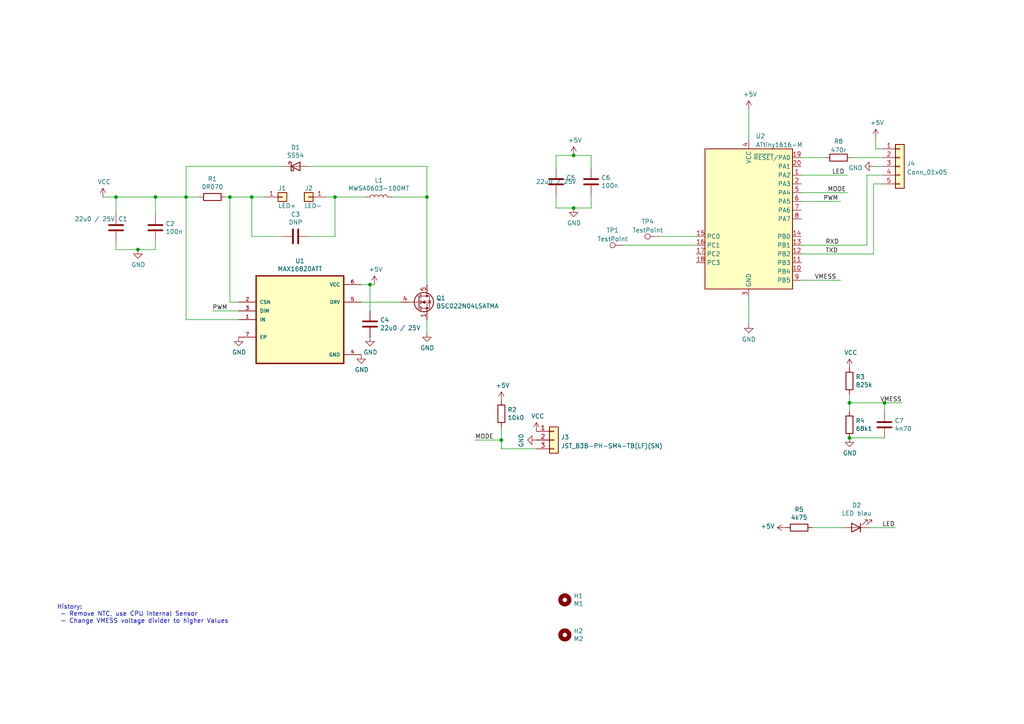
<source format=kicad_sch>
(kicad_sch (version 20211123) (generator eeschema)
  (paper "A4")
  (title_block (title "LED Buck 3A") (date "2020-10-30") (rev "4"))
  (lib_symbols
    (symbol "Connector:TestPoint" (pin_numbers hide) (pin_names (offset 0.762) hide)
      (property "Reference" "TP" (at 0 6.858 0))
      (property "Value" "TestPoint" (at 0 5.08 0))
      (symbol "TestPoint_0_1"
        (circle (center 0 3.302) (radius 0.762))
      )
      (symbol "TestPoint_1_1"
        (pin passive line (at 0 0 90) (length 2.54) (name "1") (number "1"))
      )
    )
    (symbol "Connector_Generic:Conn_01x01" (pin_names (offset 1.016) hide)
      (property "Reference" "J" (at 0 2.54 0))
      (property "Value" "Conn_01x01" (at 0 -2.54 0))
      (symbol "Conn_01x01_1_1"
        (rectangle (start -1.27 0.127) (end 0 -0.127) (stroke (width 0.1524)))
        (rectangle (start -1.27 1.27) (end 1.27 -1.27) (stroke (width 0.254)) (fill (type background)))
        (pin passive line (at -5.08 0 0) (length 3.81) (name "Pin_1") (number "1"))
      )
    )
    (symbol "Connector_Generic:Conn_01x03" (pin_names (offset 1.016) hide)
      (property "Reference" "J" (at 0 5.08 0))
      (property "Value" "Conn_01x03" (at 0 -5.08 0))
      (symbol "Conn_01x03_1_1"
        (rectangle (start -1.27 -2.413) (end 0 -2.667) (stroke (width 0.1524)))
        (rectangle (start -1.27 0.127) (end 0 -0.127) (stroke (width 0.1524)))
        (rectangle (start -1.27 2.667) (end 0 2.413) (stroke (width 0.1524)))
        (rectangle (start -1.27 3.81) (end 1.27 -3.81) (stroke (width 0.254)) (fill (type background)))
        (pin passive line (at -5.08 2.54 0) (length 3.81) (name "Pin_1") (number "1"))
        (pin passive line (at -5.08 0 0) (length 3.81) (name "Pin_2") (number "2"))
        (pin passive line (at -5.08 -2.54 0) (length 3.81) (name "Pin_3") (number "3"))
      )
    )
    (symbol "Connector_Generic:Conn_01x05" (pin_names (offset 1.016) hide)
      (property "Reference" "J" (at 0 7.62 0))
      (property "Value" "Conn_01x05" (at 0 -7.62 0))
      (symbol "Conn_01x05_1_1"
        (rectangle (start -1.27 -4.953) (end 0 -5.207) (stroke (width 0.1524)))
        (rectangle (start -1.27 -2.413) (end 0 -2.667) (stroke (width 0.1524)))
        (rectangle (start -1.27 0.127) (end 0 -0.127) (stroke (width 0.1524)))
        (rectangle (start -1.27 2.667) (end 0 2.413) (stroke (width 0.1524)))
        (rectangle (start -1.27 5.207) (end 0 4.953) (stroke (width 0.1524)))
        (rectangle (start -1.27 6.35) (end 1.27 -6.35) (stroke (width 0.254)) (fill (type background)))
        (pin passive line (at -5.08 5.08 0) (length 3.81) (name "Pin_1") (number "1"))
        (pin passive line (at -5.08 2.54 0) (length 3.81) (name "Pin_2") (number "2"))
        (pin passive line (at -5.08 0 0) (length 3.81) (name "Pin_3") (number "3"))
        (pin passive line (at -5.08 -2.54 0) (length 3.81) (name "Pin_4") (number "4"))
        (pin passive line (at -5.08 -5.08 0) (length 3.81) (name "Pin_5") (number "5"))
      )
    )
    (symbol "Device:C" (pin_numbers hide) (pin_names (offset 0.254))
      (property "Reference" "C" (at 0.635 2.54 0))
      (property "Value" "C" (at 0.635 -2.54 0))
      (symbol "C_0_1"
        (polyline (pts (xy -2.032 -0.762) (xy 2.032 -0.762)) (stroke (width 0.508)))
        (polyline (pts (xy -2.032 0.762) (xy 2.032 0.762)) (stroke (width 0.508)))
      )
      (symbol "C_1_1"
        (pin passive line (at 0 3.81 270) (length 2.794) (name "~") (number "1"))
        (pin passive line (at 0 -3.81 90) (length 2.794) (name "~") (number "2"))
      )
    )
    (symbol "Device:D_Schottky" (pin_numbers hide) (pin_names (offset 1.016) hide)
      (property "Reference" "D" (at 0 2.54 0))
      (property "Value" "D_Schottky" (at 0 -2.54 0))
      (symbol "D_Schottky_0_1"
        (polyline (pts (xy 1.27 0) (xy -1.27 0)))
        (polyline (pts (xy 1.27 1.27) (xy 1.27 -1.27) (xy -1.27 0) (xy 1.27 1.27)) (stroke (width 0.254)))
        (polyline (pts (xy -1.905 0.635) (xy -1.905 1.27) (xy -1.27 1.27) (xy -1.27 -1.27) (xy -0.635 -1.27) (xy -0.635 -0.635)) (stroke (width 0.254)))
      )
      (symbol "D_Schottky_1_1"
        (pin passive line (at -3.81 0 0) (length 2.54) (name "K") (number "1"))
        (pin passive line (at 3.81 0 180) (length 2.54) (name "A") (number "2"))
      )
    )
    (symbol "Device:L" (pin_numbers hide) (pin_names (offset 1.016) hide)
      (property "Reference" "L" (at -1.27 0 90))
      (property "Value" "L" (at 1.905 0 90))
      (symbol "L_0_1"
        (arc (start 0 -2.54) (mid 0.635 -1.905) (end 0 -1.27))
        (arc (start 0 -1.27) (mid 0.635 -0.635) (end 0 0))
        (arc (start 0 0) (mid 0.635 0.635) (end 0 1.27))
        (arc (start 0 1.27) (mid 0.635 1.905) (end 0 2.54))
      )
      (symbol "L_1_1"
        (pin passive line (at 0 3.81 270) (length 1.27) (name "1") (number "1"))
        (pin passive line (at 0 -3.81 90) (length 1.27) (name "2") (number "2"))
      )
    )
    (symbol "Device:LED" (pin_numbers hide) (pin_names (offset 1.016) hide)
      (property "Reference" "D" (at 0 2.54 0))
      (property "Value" "LED" (at 0 -2.54 0))
      (symbol "LED_0_1"
        (polyline (pts (xy -1.27 -1.27) (xy -1.27 1.27)) (stroke (width 0.254)))
        (polyline (pts (xy -1.27 0) (xy 1.27 0)))
        (polyline (pts (xy 1.27 -1.27) (xy 1.27 1.27) (xy -1.27 0) (xy 1.27 -1.27)) (stroke (width 0.254)))
        (polyline (pts (xy -3.048 -0.762) (xy -4.572 -2.286) (xy -3.81 -2.286) (xy -4.572 -2.286) (xy -4.572 -1.524)))
        (polyline (pts (xy -1.778 -0.762) (xy -3.302 -2.286) (xy -2.54 -2.286) (xy -3.302 -2.286) (xy -3.302 -1.524)))
      )
      (symbol "LED_1_1"
        (pin passive line (at -3.81 0 0) (length 2.54) (name "K") (number "1"))
        (pin passive line (at 3.81 0 180) (length 2.54) (name "A") (number "2"))
      )
    )
    (symbol "Device:R" (pin_numbers hide) (pin_names (offset 0))
      (property "Reference" "R" (at 2.032 0 90))
      (property "Value" "R" (at 0 0 90))
      (symbol "R_0_1"
        (rectangle (start -1.016 -2.54) (end 1.016 2.54) (stroke (width 0.254)))
      )
      (symbol "R_1_1"
        (pin passive line (at 0 3.81 270) (length 1.27) (name "~") (number "1"))
        (pin passive line (at 0 -3.81 90) (length 1.27) (name "~") (number "2"))
      )
    )
    (symbol "MCU_Microchip_ATtiny:ATtiny1616-M"
      (property "Reference" "U" (at -12.7 21.59 0))
      (property "Value" "ATtiny1616-M" (at 2.54 -21.59 0))
      (symbol "ATtiny1616-M_0_1"
        (rectangle (start -12.7 -20.32) (end 12.7 20.32) (stroke (width 0.254)) (fill (type background)))
      )
      (symbol "ATtiny1616-M_1_1"
        (pin bidirectional line (at 15.24 12.7 180) (length 2.54) (name "PA2") (number "1"))
        (pin bidirectional line (at 15.24 -15.24 180) (length 2.54) (name "PB4") (number "10"))
        (pin bidirectional line (at 15.24 -12.7 180) (length 2.54) (name "PB3") (number "11"))
        (pin bidirectional line (at 15.24 -10.16 180) (length 2.54) (name "PB2") (number "12"))
        (pin bidirectional line (at 15.24 -7.62 180) (length 2.54) (name "PB1") (number "13"))
        (pin bidirectional line (at 15.24 -5.08 180) (length 2.54) (name "PB0") (number "14"))
        (pin bidirectional line (at -15.24 -5.08 0) (length 2.54) (name "PC0") (number "15"))
        (pin bidirectional line (at -15.24 -7.62 0) (length 2.54) (name "PC1") (number "16"))
        (pin bidirectional line (at -15.24 -10.16 0) (length 2.54) (name "PC2") (number "17"))
        (pin bidirectional line (at -15.24 -12.7 0) (length 2.54) (name "PC3") (number "18"))
        (pin bidirectional line (at 15.24 17.78 180) (length 2.54) (name "~{RESET}/PA0") (number "19"))
        (pin bidirectional line (at 15.24 10.16 180) (length 2.54) (name "PA3") (number "2"))
        (pin bidirectional line (at 15.24 15.24 180) (length 2.54) (name "PA1") (number "20"))
        (pin passive line (at 0 -22.86 90) (length 2.54) hide (name "GND") (number "21"))
        (pin power_in line (at 0 -22.86 90) (length 2.54) (name "GND") (number "3"))
        (pin power_in line (at 0 22.86 270) (length 2.54) (name "VCC") (number "4"))
        (pin bidirectional line (at 15.24 7.62 180) (length 2.54) (name "PA4") (number "5"))
        (pin bidirectional line (at 15.24 5.08 180) (length 2.54) (name "PA5") (number "6"))
        (pin bidirectional line (at 15.24 2.54 180) (length 2.54) (name "PA6") (number "7"))
        (pin bidirectional line (at 15.24 0 180) (length 2.54) (name "PA7") (number "8"))
        (pin bidirectional line (at 15.24 -17.78 180) (length 2.54) (name "PB5") (number "9"))
      )
    )
    (symbol "Mechanical:MountingHole" (pin_names (offset 1.016))
      (property "Reference" "H" (at 0 5.08 0))
      (property "Value" "MountingHole" (at 0 3.175 0))
      (symbol "MountingHole_0_1"
        (circle (center 0 0) (radius 1.27) (stroke (width 1.27)))
      )
    )
    (symbol "Transistor_FET:BSC040N08NS5" (pin_names hide)
      (property "Reference" "Q" (at 5.08 1.905 0))
      (property "Value" "BSC040N08NS5" (at 5.08 0 0))
      (symbol "BSC040N08NS5_0_1"
        (polyline (pts (xy 0.254 0) (xy -2.54 0)))
        (polyline (pts (xy 0.254 1.905) (xy 0.254 -1.905)) (stroke (width 0.254)))
        (polyline (pts (xy 0.762 -1.27) (xy 0.762 -2.286)) (stroke (width 0.254)))
        (polyline (pts (xy 0.762 0.508) (xy 0.762 -0.508)) (stroke (width 0.254)))
        (polyline (pts (xy 0.762 2.286) (xy 0.762 1.27)) (stroke (width 0.254)))
        (polyline (pts (xy 2.54 2.54) (xy 2.54 1.778)))
        (polyline (pts (xy 2.54 -2.54) (xy 2.54 0) (xy 0.762 0)))
        (polyline (pts (xy 0.762 -1.778) (xy 3.302 -1.778) (xy 3.302 1.778) (xy 0.762 1.778)))
        (polyline (pts (xy 1.016 0) (xy 2.032 0.381) (xy 2.032 -0.381) (xy 1.016 0)) (fill (type outline)))
        (polyline (pts (xy 2.794 0.508) (xy 2.921 0.381) (xy 3.683 0.381) (xy 3.81 0.254)))
        (polyline (pts (xy 3.302 0.381) (xy 2.921 -0.254) (xy 3.683 -0.254) (xy 3.302 0.381)))
        (circle (center 1.651 0) (radius 2.794) (stroke (width 0.254)))
        (circle (center 2.54 -1.778) (radius 0.254) (fill (type outline)))
        (circle (center 2.54 1.778) (radius 0.254) (fill (type outline)))
      )
      (symbol "BSC040N08NS5_1_1"
        (pin passive line (at 2.54 -5.08 90) (length 2.54) (name "S") (number "1"))
        (pin passive line (at 2.54 -5.08 90) (length 2.54) hide (name "S") (number "2"))
        (pin passive line (at 2.54 -5.08 90) (length 2.54) hide (name "S") (number "3"))
        (pin passive line (at -5.08 0 0) (length 2.54) (name "G") (number "4"))
        (pin passive line (at 2.54 5.08 270) (length 2.54) (name "D") (number "5"))
      )
    )
    (symbol "buck3a:MAX16819ATT+T" (pin_names (offset 1.016))
      (property "Reference" "U" (at -12.7 13.6906 0))
      (property "Value" "MAX16819ATT+T" (at -12.7 -16.6878 0))
      (symbol "MAX16819ATT+T_0_0"
        (pin input line (at -17.78 0 0) (length 5.08) (name "IN") (number "1"))
        (pin input line (at -17.78 5.08 0) (length 5.08) (name "CSN") (number "2"))
        (pin input line (at -17.78 2.54 0) (length 5.08) (name "DIM") (number "3"))
        (pin power_in line (at 17.78 -10.16 180) (length 5.08) (name "GND") (number "4"))
        (pin output line (at 17.78 5.08 180) (length 5.08) (name "DRV") (number "5"))
        (pin power_in line (at 17.78 10.16 180) (length 5.08) (name "VCC") (number "6"))
        (pin bidirectional line (at -17.78 -5.08 0) (length 5.08) (name "EP") (number "7"))
      )
      (symbol "MAX16819ATT+T_1_0"
        (rectangle (start 12.7 -12.7) (end -12.7 12.7) (stroke (width 0.4064)) (fill (type background)))
      )
    )
    (symbol "power:+5V" (power) (pin_names (offset 0))
      (property "Value" "+5V" (at 0 3.556 0))
      (symbol "+5V_0_1"
        (polyline (pts (xy -0.762 1.27) (xy 0 2.54)))
        (polyline (pts (xy 0 0) (xy 0 2.54)))
        (polyline (pts (xy 0 2.54) (xy 0.762 1.27)))
      )
      (symbol "+5V_1_1"
        (pin power_in line (at 0 0 90) (length 0) hide (name "+5V") (number "1"))
      )
    )
    (symbol "power:GND" (power) (pin_names (offset 0))
      (property "Value" "GND" (at 0 -3.81 0))
      (symbol "GND_0_1"
        (polyline (pts (xy 0 0) (xy 0 -1.27) (xy 1.27 -1.27) (xy 0 -2.54) (xy -1.27 -1.27) (xy 0 -1.27)))
      )
      (symbol "GND_1_1"
        (pin power_in line (at 0 0 270) (length 0) hide (name "GND") (number "1"))
      )
    )
    (symbol "power:VCC" (power) (pin_names (offset 0))
      (property "Value" "VCC" (at 0 3.81 0))
      (symbol "VCC_0_1"
        (polyline (pts (xy -0.762 1.27) (xy 0 2.54)))
        (polyline (pts (xy 0 0) (xy 0 2.54)))
        (polyline (pts (xy 0 2.54) (xy 0.762 1.27)))
      )
      (symbol "VCC_1_1"
        (pin power_in line (at 0 0 90) (length 0) hide (name "VCC") (number "1"))
      )
    )
  )
  (junction (at 53.975 57.15))
  (junction (at 40.005 72.39))
  (junction (at 123.825 57.15))
  (junction (at 66.675 57.15))
  (junction (at 256.54 116.84))
  (junction (at 73.025 57.15))
  (junction (at 45.085 57.15))
  (junction (at 166.37 60.325))
  (junction (at 145.415 127.635))
  (junction (at 246.38 127))
  (junction (at 166.37 45.085))
  (junction (at 97.155 57.15))
  (junction (at 33.655 57.15))
  (junction (at 246.38 116.84))
  (junction (at 107.315 82.55))
  (wire (pts (xy 73.025 57.15) (xy 73.025 68.58)))
  (wire (pts (xy 53.975 57.15) (xy 57.785 57.15)))
  (wire (pts (xy 107.315 82.55) (xy 108.585 82.55)))
  (wire (pts (xy 104.775 87.63) (xy 116.205 87.63)))
  (wire (pts (xy 246.38 116.84) (xy 246.38 119.38)))
  (wire (pts (xy 65.405 57.15) (xy 66.675 57.15)))
  (wire (pts (xy 232.41 45.72) (xy 239.395 45.72)))
  (wire (pts (xy 161.29 56.515) (xy 161.29 60.325)))
  (wire (pts (xy 232.41 50.8) (xy 245.745 50.8)))
  (wire (pts (xy 97.155 68.58) (xy 97.155 57.15)))
  (wire (pts (xy 232.41 58.42) (xy 243.84 58.42)))
  (wire (pts (xy 104.775 82.55) (xy 107.315 82.55)))
  (wire (pts (xy 113.665 57.15) (xy 123.825 57.15)))
  (wire (pts (xy 246.38 116.84) (xy 256.54 116.84)))
  (wire (pts (xy 89.535 68.58) (xy 97.155 68.58)))
  (wire (pts (xy 33.655 69.85) (xy 33.655 72.39)))
  (wire (pts (xy 256.54 119.38) (xy 256.54 116.84)))
  (wire (pts (xy 253.365 73.66) (xy 253.365 53.34)))
  (wire (pts (xy 252.095 153.035) (xy 259.715 153.035)))
  (wire (pts (xy 171.45 48.895) (xy 171.45 45.085)))
  (wire (pts (xy 161.29 60.325) (xy 166.37 60.325)))
  (wire (pts (xy 45.085 62.23) (xy 45.085 57.15)))
  (wire (pts (xy 191.135 68.58) (xy 201.93 68.58)))
  (wire (pts (xy 73.025 57.15) (xy 76.835 57.15)))
  (wire (pts (xy 123.825 57.15) (xy 123.825 82.55)))
  (wire (pts (xy 245.745 55.88) (xy 232.41 55.88)))
  (wire (pts (xy 123.825 92.71) (xy 123.825 96.52)))
  (wire (pts (xy 123.825 48.26) (xy 123.825 57.15)))
  (wire (pts (xy 256.54 116.84) (xy 261.62 116.84)))
  (wire (pts (xy 66.675 87.63) (xy 69.215 87.63)))
  (wire (pts (xy 81.915 48.26) (xy 53.975 48.26)))
  (wire (pts (xy 107.315 90.17) (xy 107.315 82.55)))
  (wire (pts (xy 45.085 72.39) (xy 45.085 69.85)))
  (wire (pts (xy 232.41 71.12) (xy 251.46 71.12)))
  (wire (pts (xy 247.015 45.72) (xy 255.905 45.72)))
  (wire (pts (xy 235.585 153.035) (xy 244.475 153.035)))
  (wire (pts (xy 97.155 57.15) (xy 106.045 57.15)))
  (wire (pts (xy 161.29 45.085) (xy 161.29 48.895)))
  (wire (pts (xy 243.84 81.28) (xy 232.41 81.28)))
  (wire (pts (xy 217.17 86.36) (xy 217.17 93.98)))
  (wire (pts (xy 232.41 73.66) (xy 253.365 73.66)))
  (wire (pts (xy 66.675 57.15) (xy 73.025 57.15)))
  (wire (pts (xy 171.45 60.325) (xy 171.45 56.515)))
  (wire (pts (xy 66.675 57.15) (xy 66.675 87.63)))
  (wire (pts (xy 53.975 92.71) (xy 69.215 92.71)))
  (wire (pts (xy 253.365 53.34) (xy 255.905 53.34)))
  (wire (pts (xy 155.575 130.175) (xy 145.415 130.175)))
  (wire (pts (xy 256.54 127) (xy 246.38 127)))
  (wire (pts (xy 145.415 130.175) (xy 145.415 127.635)))
  (wire (pts (xy 40.005 72.39) (xy 45.085 72.39)))
  (wire (pts (xy 166.37 60.325) (xy 171.45 60.325)))
  (wire (pts (xy 69.215 90.17) (xy 61.595 90.17)))
  (wire (pts (xy 171.45 45.085) (xy 166.37 45.085)))
  (wire (pts (xy 251.46 50.8) (xy 255.905 50.8)))
  (wire (pts (xy 217.17 31.75) (xy 217.17 40.64)))
  (wire (pts (xy 33.655 57.15) (xy 45.085 57.15)))
  (wire (pts (xy 145.415 127.635) (xy 145.415 123.825)))
  (wire (pts (xy 33.655 72.39) (xy 40.005 72.39)))
  (wire (pts (xy 53.975 57.15) (xy 53.975 92.71)))
  (wire (pts (xy 73.025 68.58) (xy 81.915 68.58)))
  (wire (pts (xy 33.655 62.23) (xy 33.655 57.15)))
  (wire (pts (xy 255.905 43.18) (xy 254 43.18)))
  (wire (pts (xy 89.535 48.26) (xy 123.825 48.26)))
  (wire (pts (xy 180.975 71.12) (xy 201.93 71.12)))
  (wire (pts (xy 253.365 48.26) (xy 255.905 48.26)))
  (wire (pts (xy 246.38 114.3) (xy 246.38 116.84)))
  (wire (pts (xy 94.615 57.15) (xy 97.155 57.15)))
  (wire (pts (xy 29.845 57.15) (xy 33.655 57.15)))
  (wire (pts (xy 251.46 71.12) (xy 251.46 50.8)))
  (wire (pts (xy 166.37 45.085) (xy 161.29 45.085)))
  (wire (pts (xy 145.415 127.635) (xy 137.795 127.635)))
  (wire (pts (xy 254 40.005) (xy 254 43.18)))
  (wire (pts (xy 45.085 57.15) (xy 53.975 57.15)))
  (wire (pts (xy 53.975 48.26) (xy 53.975 57.15)))
  (text "History:\n - Remove NTC, use CPU internal Sensor\n - Change VMESS voltage divider to higher Values\n" (at 16.51 180.975 0) (effects (font (size 1.27 1.27)) (justify left bottom)))
  (label "TXD" (at 239.395 73.66 0))
  (label "LED" (at 255.905 153.035 0))
  (label "PWM" (at 61.595 90.17 0))
  (label "RXD" (at 239.395 71.12 0))
  (label "MODE" (at 137.795 127.635 0))
  (label "VMESS" (at 242.57 81.28 180))
  (label "PWM" (at 238.76 58.42 0))
  (label "LED" (at 241.3 50.8 0))
  (label "VMESS" (at 255.27 116.84 0))
  (label "MODE" (at 240.03 55.88 0))
  (symbol (lib_id "Mechanical:MountingHole") (at 163.83 173.99 0) (unit 1)
    (property "Reference" "H1" (at 166.37 172.8216 0) (effects (justify left)))
    (property "Value" "M1" (at 166.37 175.133 0) (effects (justify left)))
    (property "Footprint" "MountingHole:MountingHole_3.2mm_M3" (effects hide))
  )
  (symbol (lib_id "Mechanical:MountingHole") (at 163.83 184.15 0) (unit 1)
    (property "Reference" "H2" (at 166.37 182.9816 0) (effects (justify left)))
    (property "Value" "M2" (at 166.37 185.293 0) (effects (justify left)))
    (property "Footprint" "MountingHole:MountingHole_3.2mm_M3" (effects hide))
  )
  (symbol (lib_id "Device:R") (at 231.775 153.035 270) (unit 1)
    (property "Reference" "R5" (at 231.775 147.7772 90))
    (property "Value" "4k75" (at 231.775 150.0886 90))
    (property "Footprint" "Resistor_SMD:R_0805_2012Metric" (effects hide))
    (property "LCSC" "C17672" (effects hide))
  )
  (symbol (lib_id "Device:R") (at 246.38 123.19 0) (unit 1)
    (property "Reference" "R4" (at 248.158 122.0216 0) (effects (justify left)))
    (property "Value" "68k1" (at 248.158 124.333 0) (effects (justify left)))
    (property "Footprint" "Resistor_SMD:R_0805_2012Metric" (effects hide))
    (property "LCSC" "C17771" (effects hide))
  )
  (symbol (lib_id "Connector:TestPoint") (at 191.135 68.58 90) (unit 1)
    (property "Reference" "TP4" (at 187.833 64.2452 90))
    (property "Value" "TestPoint" (at 187.833 66.7821 90))
    (property "Footprint" "TestPoint:TestPoint_Pad_1.0x1.0mm" (effects hide))
  )
  (symbol (lib_id "power:GND") (at 246.38 127 0) (unit 1)
    (property "Reference" "#PWR0105" (effects hide))
    (property "Value" "GND" (at 246.507 131.3942 0))
  )
  (symbol (lib_id "power:GND") (at 69.215 97.79 0) (unit 1)
    (property "Reference" "#PWR0120" (effects hide))
    (property "Value" "GND" (at 69.342 102.1842 0))
  )
  (symbol (lib_id "power:VCC") (at 155.575 125.095 0) (unit 1)
    (property "Reference" "#PWR0104" (effects hide))
    (property "Value" "VCC" (at 155.956 120.7008 0))
  )
  (symbol (lib_id "Transistor_FET:BSC040N08NS5") (at 121.285 87.63 0) (unit 1)
    (property "Reference" "Q1" (at 126.492 86.4616 0) (effects (justify left)))
    (property "Value" "BSC022N04LSATMA" (at 126.492 88.773 0) (effects (justify left)))
    (property "Footprint" "Package_TO_SOT_SMD:TDSON-8-1" (effects hide))
    (property "Datasheet" "http://www.infineon.com/dgdl/Infineon-BSC040N08NS5-DS-v02_00-EN.pdf?fileId=5546d4624ad04ef9014ae3065a7e2a05" (effects hide))
    (property "LCSC" " C148266" (effects hide))
  )
  (symbol (lib_id "Device:D_Schottky") (at 85.725 48.26 0) (unit 1)
    (property "Reference" "D1" (at 85.725 42.7482 0))
    (property "Value" "SS54" (at 85.725 45.0596 0))
    (property "Footprint" "Diode_SMD:D_SMA" (effects hide))
    (property "LCSC" "C22452" (effects hide))
  )
  (symbol (lib_id "power:VCC") (at 246.38 106.68 0) (unit 1)
    (property "Reference" "#PWR0102" (effects hide))
    (property "Value" "VCC" (at 246.761 102.2858 0))
  )
  (symbol (lib_id "Device:C") (at 256.54 123.19 0) (unit 1)
    (property "Reference" "C7" (at 259.461 122.0216 0) (effects (justify left)))
    (property "Value" "4n70" (at 259.461 124.333 0) (effects (justify left)))
    (property "Footprint" "Capacitor_SMD:C_0805_2012Metric" (effects hide))
    (property "LCSC" "C1744" (effects hide))
  )
  (symbol (lib_id "power:GND") (at 155.575 127.635 270) (unit 1)
    (property "Reference" "#PWR0101" (effects hide))
    (property "Value" "GND" (at 151.1808 127.762 0))
  )
  (symbol (lib_id "Device:R") (at 145.415 120.015 0) (unit 1)
    (property "Reference" "R2" (at 147.193 118.8466 0) (effects (justify left)))
    (property "Value" "10k0" (at 147.193 121.158 0) (effects (justify left)))
    (property "Footprint" "Resistor_SMD:R_0805_2012Metric" (effects hide))
    (property "LCSC" "C17414" (effects hide))
  )
  (symbol (lib_id "power:GND") (at 123.825 96.52 0) (unit 1)
    (property "Reference" "#PWR0117" (effects hide))
    (property "Value" "GND" (at 123.952 100.9142 0))
  )
  (symbol (lib_id "Device:L") (at 109.855 57.15 90) (unit 1)
    (property "Reference" "L1" (at 109.855 52.324 90))
    (property "Value" "MWSA0603-100MT" (at 109.855 54.6354 90))
    (property "Footprint" "Inductor_SMD:L_Sumida_CDMC6D28_7.25x6.5mm" (effects hide))
    (property "LCSC" "C132141" (effects hide))
  )
  (symbol (lib_id "power:GND") (at 40.005 72.39 0) (unit 1)
    (property "Reference" "#PWR0109" (effects hide))
    (property "Value" "GND" (at 40.132 76.7842 0))
  )
  (symbol (lib_id "Device:C") (at 85.725 68.58 270) (unit 1)
    (property "Reference" "C3" (at 85.725 62.1792 90))
    (property "Value" "DNP" (at 85.725 64.4906 90))
    (property "Footprint" "Capacitor_SMD:C_0805_2012Metric" (effects hide))
  )
  (symbol (lib_id "power:GND") (at 166.37 60.325 0) (unit 1)
    (property "Reference" "#PWR0106" (effects hide))
    (property "Value" "GND" (at 166.497 64.7192 0))
  )
  (symbol (lib_id "Device:C") (at 45.085 66.04 0) (unit 1)
    (property "Reference" "C2" (at 48.006 64.8716 0) (effects (justify left)))
    (property "Value" "100n" (at 48.006 67.183 0) (effects (justify left)))
    (property "Footprint" "Capacitor_SMD:C_0805_2012Metric" (effects hide))
    (property "LCSC" "C49678" (effects hide))
  )
  (symbol (lib_id "Device:C") (at 33.655 66.04 0) (unit 1)
    (property "Reference" "C1" (at 34.29 63.5 0) (effects (justify left)))
    (property "Value" "22u0 / 25V" (at 21.59 63.5 0) (effects (justify left)))
    (property "Footprint" "Capacitor_SMD:C_0805_2012Metric" (effects hide))
    (property "LCSC" "C90143" (effects hide))
  )
  (symbol (lib_id "MCU_Microchip_ATtiny:ATtiny1616-M") (at 217.17 63.5 0) (unit 1)
    (property "Reference" "U2" (at 219.1894 39.4802 0) (effects (justify left)))
    (property "Value" "ATtiny1616-M" (at 219.1894 42.0171 0) (effects (justify left)))
    (property "Footprint" "Package_DFN_QFN:VQFN-20-1EP_3x3mm_P0.4mm_EP1.7x1.7mm" (effects hide))
    (property "Datasheet" "http://ww1.microchip.com/downloads/en/DeviceDoc/ATtiny3216_ATtiny1616-data-sheet-40001997B.pdf" (effects hide))
  )
  (symbol (lib_id "power:+5V") (at 227.965 153.035 90) (unit 1)
    (property "Reference" "#PWR0111" (effects hide))
    (property "Value" "+5V" (at 224.7138 152.654 90) (effects (justify left)))
  )
  (symbol (lib_id "power:+5V") (at 145.415 116.205 0) (unit 1)
    (property "Reference" "#PWR0103" (effects hide))
    (property "Value" "+5V" (at 145.796 111.8108 0))
  )
  (symbol (lib_id "Device:R") (at 246.38 110.49 0) (unit 1)
    (property "Reference" "R3" (at 248.158 109.3216 0) (effects (justify left)))
    (property "Value" "825k" (at 248.158 111.633 0) (effects (justify left)))
    (property "Footprint" "Resistor_SMD:R_0805_2012Metric" (effects hide))
    (property "LCSC" "C17835" (effects hide))
  )
  (symbol (lib_id "power:GND") (at 217.17 93.98 0) (unit 1)
    (property "Reference" "#PWR0114" (effects hide))
    (property "Value" "GND" (at 217.17 98.4234 0))
  )
  (symbol (lib_id "power:+5V") (at 217.17 31.75 0) (unit 1)
    (property "Reference" "#PWR0113" (effects hide))
    (property "Value" "+5V" (at 217.551 27.3558 0))
  )
  (symbol (lib_id "Device:C") (at 161.29 52.705 0) (unit 1)
    (property "Reference" "C5" (at 164.211 51.5366 0) (effects (justify left)))
    (property "Value" "22u0 / 25V" (at 161.29 52.705 0))
    (property "Footprint" "Capacitor_SMD:C_0805_2012Metric" (effects hide))
    (property "LCSC" "C45783" (effects hide))
  )
  (symbol (lib_id "Device:C") (at 171.45 52.705 0) (unit 1)
    (property "Reference" "C6" (at 174.371 51.5366 0) (effects (justify left)))
    (property "Value" "100n" (at 174.371 53.848 0) (effects (justify left)))
    (property "Footprint" "Capacitor_SMD:C_0805_2012Metric" (effects hide))
    (property "LCSC" "C49678" (effects hide))
  )
  (symbol (lib_id "Device:R") (at 61.595 57.15 270) (unit 1)
    (property "Reference" "R1" (at 61.595 51.8922 90))
    (property "Value" "0R070" (at 61.595 54.2036 90))
    (property "Footprint" "Resistor_SMD:R_2512_6332Metric" (effects hide))
    (property "LCSC" "C76251" (effects hide))
  )
  (symbol (lib_id "power:GND") (at 107.315 97.79 0) (unit 1)
    (property "Reference" "#PWR0119" (effects hide))
    (property "Value" "GND" (at 107.442 102.1842 0))
  )
  (symbol (lib_id "buck3a:MAX16819ATT+T") (at 86.995 92.71 0) (unit 1)
    (property "Reference" "U1" (at 86.995 75.692 0))
    (property "Value" "MAX16820ATT" (at 86.995 78.0034 0))
    (property "Footprint" "buck_3a_v4:SON95P300X300X80-7N" (effects hide))
    (property "LCSC" "C143371" (effects hide))
  )
  (symbol (lib_id "Connector:TestPoint") (at 180.975 71.12 90) (unit 1)
    (property "Reference" "TP1" (at 177.673 66.7852 90))
    (property "Value" "TestPoint" (at 177.673 69.3221 90))
    (property "Footprint" "TestPoint:TestPoint_Pad_1.0x1.0mm" (effects hide))
  )
  (symbol (lib_id "Device:C") (at 107.315 93.98 0) (unit 1)
    (property "Reference" "C4" (at 110.236 92.8116 0) (effects (justify left)))
    (property "Value" "22u0 / 25V" (at 110.236 95.123 0) (effects (justify left)))
    (property "Footprint" "Capacitor_SMD:C_0805_2012Metric" (effects hide))
    (property "LCSC" "C45783" (effects hide))
  )
  (symbol (lib_id "power:VCC") (at 29.845 57.15 0) (unit 1)
    (property "Reference" "#PWR0108" (effects hide))
    (property "Value" "VCC" (at 30.226 52.7558 0))
  )
  (symbol (lib_id "Connector_Generic:Conn_01x03") (at 160.655 127.635 0) (unit 1)
    (property "Reference" "J3" (at 162.687 126.8003 0) (effects (justify left)))
    (property "Value" "JST_B3B-PH-SM4-TB(LF)(SN)" (at 162.687 129.3372 0) (effects (justify left)))
    (property "Footprint" "Connector_JST:JST_PH_B3B-PH-SM4-TB_1x03-1MP_P2.00mm_Vertical" (effects hide))
  )
  (symbol (lib_id "power:+5V") (at 254 40.005 0) (unit 1)
    (property "Reference" "#PWR0116" (effects hide))
    (property "Value" "+5V" (at 254.381 35.6108 0))
  )
  (symbol (lib_id "Device:LED") (at 248.285 153.035 180) (unit 1)
    (property "Reference" "D2" (at 248.4628 146.558 0))
    (property "Value" "LED blau" (at 248.4628 148.8694 0))
    (property "Footprint" "LED_SMD:LED_0805_2012Metric" (effects hide))
    (property "LCSC" "C2293" (effects hide))
  )
  (symbol (lib_id "power:GND") (at 253.365 48.26 270) (unit 1)
    (property "Reference" "#PWR0115" (effects hide))
    (property "Value" "GND" (at 250.1901 48.6938 90) (effects (justify right)))
  )
  (symbol (lib_id "power:+5V") (at 166.37 45.085 0) (unit 1)
    (property "Reference" "#PWR0107" (effects hide))
    (property "Value" "+5V" (at 166.751 40.6908 0))
  )
  (symbol (lib_id "Device:R") (at 243.205 45.72 90) (unit 1)
    (property "Reference" "R8" (at 243.205 41.0042 90))
    (property "Value" "470r" (at 243.205 43.5411 90))
    (property "Footprint" "Resistor_SMD:R_0805_2012Metric" (effects hide))
  )
  (symbol (lib_id "Connector_Generic:Conn_01x01") (at 81.915 57.15 0) (unit 1)
    (property "Reference" "J1" (at 80.645 54.61 0) (effects (justify left)))
    (property "Value" "LED+" (at 80.645 59.69 0) (effects (justify left)))
    (property "Footprint" "TestPoint:TestPoint_Plated_Hole_D3.0mm" (effects hide))
  )
  (symbol (lib_id "power:GND") (at 104.775 102.87 0) (unit 1)
    (property "Reference" "#PWR0118" (effects hide))
    (property "Value" "GND" (at 104.902 107.2642 0))
  )
  (symbol (lib_id "Connector_Generic:Conn_01x05") (at 260.985 48.26 0) (unit 1)
    (property "Reference" "J4" (at 263.017 47.4253 0) (effects (justify left)))
    (property "Value" "Conn_01x05" (at 263.017 49.9622 0) (effects (justify left)))
    (property "Footprint" "Connector_PinHeader_2.00mm:PinHeader_1x05_P2.00mm_Vertical" (effects hide))
  )
  (symbol (lib_id "Connector_Generic:Conn_01x01") (at 89.535 57.15 180) (unit 1)
    (property "Reference" "J2" (at 89.535 54.61 0))
    (property "Value" "LED-" (at 90.805 59.69 0))
    (property "Footprint" "TestPoint:TestPoint_Plated_Hole_D3.0mm" (effects hide))
  )
  (symbol (lib_id "power:+5V") (at 108.585 82.55 0) (unit 1)
    (property "Reference" "#PWR0121" (effects hide))
    (property "Value" "+5V" (at 108.966 78.1558 0))
  )
)
</source>
